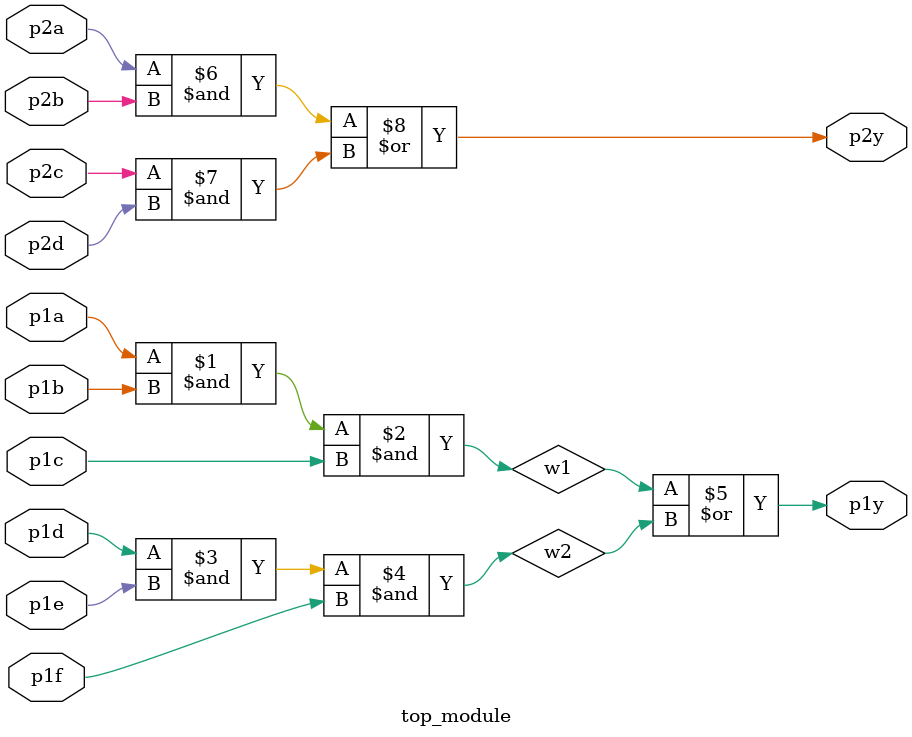
<source format=sv>
module top_module(
    input p1a,
    input p1b,
    input p1c,
    input p1d,
    input p1e,
    input p1f,
    output p1y,
    input p2a,
    input p2b,
    input p2c,
    input p2d,
    output p2y
);

    // Internal wires
    wire w1;
    wire w2;

    // AND gates
    assign w1 = p1a & p1b & p1c;
    assign w2 = p1d & p1e & p1f;

    // OR gates
    assign p1y = w1 | w2;
    assign p2y = p2a & p2b | p2c & p2d;

endmodule

</source>
